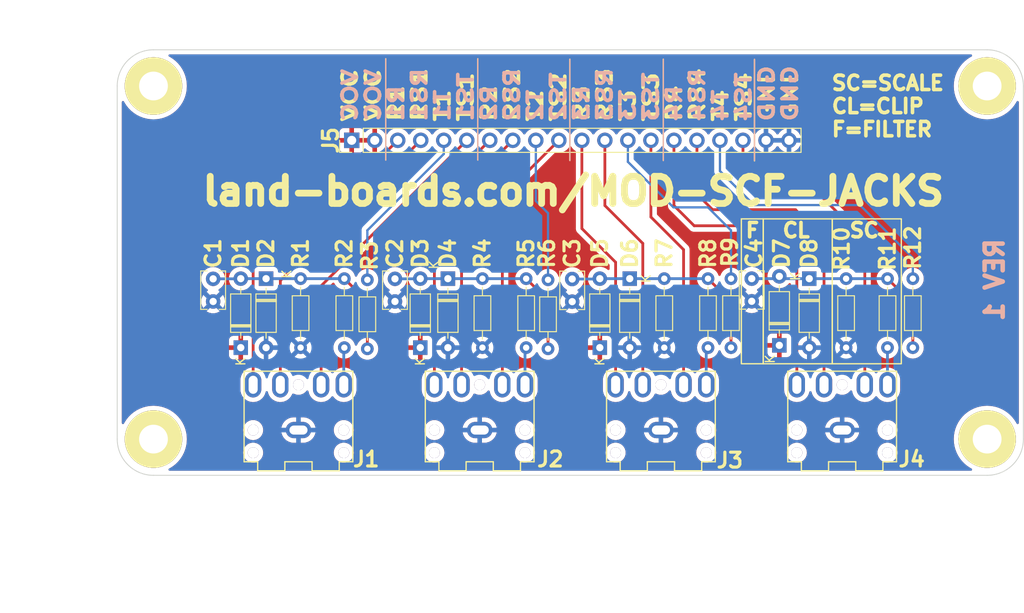
<source format=kicad_pcb>
(kicad_pcb (version 20211014) (generator pcbnew)
  (layers (0 "F.Cu" signal) (31 "B.Cu" signal) (34 "B.Paste" user) (35 "F.Paste" user) (36 "B.SilkS" user "B.Silkscreen") (37 "F.SilkS" user "F.Silkscreen") (38 "B.Mask" user) (39 "F.Mask" user) (44 "Edge.Cuts" user))
  (net 0 "")
  (net 1 "GND")
  (net 2 "/RING1")
  (net 3 "/RING1N")
  (net 4 "/TIP1")
  (net 5 "/TIP1N")
  (net 6 "/RING2N")
  (net 7 "/RING2")
  (net 8 "/TIP2N")
  (net 9 "/TIP2")
  (net 10 "/RING3N")
  (net 11 "/RING3")
  (net 12 "/TIP3N")
  (net 13 "/TIP3")
  (net 14 "/RING4N")
  (net 15 "/RING4")
  (net 16 "/TIP4N")
  (net 17 "/TIP4")
  (net 18 "Net-(J1-PadT)")
  (net 19 "Net-(J2-PadT)")
  (net 20 "Net-(J3-PadT)")
  (net 21 "Net-(J4-PadT)")
  (net 22 "VCC")
  (net 23 "Net-(C1-Pad1)")
  (net 24 "Net-(C2-Pad1)")
  (net 25 "Net-(C3-Pad1)")
  (net 26 "Net-(C4-Pad1)")
  (footprint "LandBoards_MountHoles:MTG-4-40" (layer "F.Cu") (at 94 83)
    (fp_text reference "MTG1" hide)
    (fp_text value "MountingHole" hide)
    (pad "1" thru_hole circle locked (at 0 0) (size 6.35 6.35) (drill 3.175) (layers *.Cu *.Mask "F.SilkS"))
  )
  (footprint "Resistor_THT:R_Axial_DIN0204_L3.6mm_D1.6mm_P7.62mm_Horizontal" (layer "F.Cu") (at 170.434 72.898 90)
    (fp_text reference "R10" (at 10.922 -0.508 90) (layer "F.SilkS") (effects (font (size 1.651 1.651) (thickness 0.34925))))
    (fp_text value "33K")
    (fp_line (start 1.89 0.92) (end 5.73 0.92) (layer "F.SilkS") (width 0.12))
    (fp_line (start 5.73 -0.92) (end 1.89 -0.92) (layer "F.SilkS") (width 0.12))
    (fp_line (start 6.68 0) (end 5.73 0) (layer "F.SilkS") (width 0.12))
    (fp_line (start 0.94 0) (end 1.89 0) (layer "F.SilkS") (width 0.12))
    (fp_line (start 5.73 0.92) (end 5.73 -0.92) (layer "F.SilkS") (width 0.12))
    (fp_line (start 1.89 -0.92) (end 1.89 0.92) (layer "F.SilkS") (width 0.12))
    (pad "1" thru_hole circle (at 0 0 90) (size 1.4 1.4) (drill 0.7) (layers *.Cu *.Mask) (net 1 "GND"))
    (pad "2" thru_hole oval (at 7.62 0 90) (size 1.4 1.4) (drill 0.7) (layers *.Cu *.Mask) (net 26 "Net-(C4-Pad1)"))
  )
  (footprint "LandBoards_Conns:Jack_3.5mm_CUI_SJ1-3523N_Horizontal" (layer "F.Cu") (at 130 82 180)
    (fp_text reference "J2" (at -7.795 -3.217) (layer "F.SilkS") (effects (font (size 1.651 1.651) (thickness 0.34925))))
    (fp_text value "AudioJack3_SwitchTR" hide)
    (fp_line (start -4.5 -4.5) (end -1.5 -4.5) (layer "F.SilkS") (width 0.15))
    (fp_line (start -4.5 -3.5) (end -6 -3.5) (layer "F.SilkS") (width 0.15))
    (fp_line (start -4.5 -3.5) (end -4.5 -4.5) (layer "F.SilkS") (width 0.15))
    (fp_line (start 4.5 -3.5) (end 4.5 -4.5) (layer "F.SilkS") (width 0.15))
    (fp_line (start -1.5 -3.5) (end 1.5 -3.5) (layer "F.SilkS") (width 0.15))
    (fp_line (start -1.5 -4.5) (end -1.5 -3.5) (layer "F.SilkS") (width 0.15))
    (fp_line (start 4.5 -4.5) (end 1.5 -4.5) (layer "F.SilkS") (width 0.15))
    (fp_line (start 1.5 -4.5) (end 1.5 -3.5) (layer "F.SilkS") (width 0.15))
    (fp_line (start 6 6.5) (end 6 -3.5) (layer "F.SilkS") (width 0.15))
    (fp_line (start -6 6.5) (end -6 -3.5) (layer "F.SilkS") (width 0.15))
    (fp_line (start 4.5 -3.5) (end 6 -3.5) (layer "F.SilkS") (width 0.15))
    (fp_line (start -6 6.5) (end 6 6.5) (layer "F.SilkS") (width 0.15))
    (pad "90" thru_hole circle (at 5 0 180) (size 1.2 1.2) (drill 1.2) (layers *.Cu *.Mask))
    (pad "90" thru_hole circle (at -5 0 180) (size 1.2 1.2) (drill 1.2) (layers *.Cu *.Mask))
    (pad "90" thru_hole circle (at 0 5 180) (size 1.2 1.2) (drill 1.2) (layers *.Cu *.Mask))
    (pad "90" thru_hole circle (at 5 -2.5 180) (size 1.2 1.2) (drill 1.2) (layers *.Cu *.Mask))
    (pad "90" thru_hole circle (at -5 -2.5 180) (size 1.2 1.2) (drill 1.2) (layers *.Cu *.Mask))
    (pad "R" thru_hole oval (at 5 5 270) (size 2.8 1.8) (drill oval 2 1) (layers *.Cu *.Mask) (net 7 "/RING2"))
    (pad "RN" thru_hole oval (at 2 5 270) (size 2.8 1.8) (drill oval 2 1) (layers *.Cu *.Mask) (net 6 "/RING2N"))
    (pad "S" thru_hole oval (at 0 0 180) (size 2.8 1.8) (drill oval 2 1) (layers *.Cu *.Mask) (net 1 "GND"))
    (pad "T" thru_hole oval (at -5 5 270) (size 2.8 1.8) (drill oval 2 1) (layers *.Cu *.Mask) (net 19 "Net-(J2-PadT)"))
    (pad "TN" thru_hole oval (at -2.5 5 270) (size 2.8 1.8) (drill oval 2 1) (layers *.Cu *.Mask) (net 8 "/TIP2N"))
  )
  (footprint "Resistor_THT:R_Axial_DIN0204_L3.6mm_D1.6mm_P7.62mm_Horizontal" (layer "F.Cu") (at 117.602 73.025 90)
    (fp_text reference "R3" (at 10.287 0.254 270) (layer "F.SilkS") (effects (font (size 1.651 1.651) (thickness 0.34925))))
    (fp_text value "22K")
    (fp_line (start 5.73 0.92) (end 5.73 -0.92) (layer "F.SilkS") (width 0.12))
    (fp_line (start 6.68 0) (end 5.73 0) (layer "F.SilkS") (width 0.12))
    (fp_line (start 1.89 -0.92) (end 1.89 0.92) (layer "F.SilkS") (width 0.12))
    (fp_line (start 1.89 0.92) (end 5.73 0.92) (layer "F.SilkS") (width 0.12))
    (fp_line (start 0.94 0) (end 1.89 0) (layer "F.SilkS") (width 0.12))
    (fp_line (start 5.73 -0.92) (end 1.89 -0.92) (layer "F.SilkS") (width 0.12))
    (pad "1" thru_hole circle (at 0 0 90) (size 1.4 1.4) (drill 0.7) (layers *.Cu *.Mask) (net 23 "Net-(C1-Pad1)"))
    (pad "2" thru_hole oval (at 7.62 0 90) (size 1.4 1.4) (drill 0.7) (layers *.Cu *.Mask) (net 4 "/TIP1"))
  )
  (footprint "Diode_THT:D_DO-35_SOD27_P7.62mm_Horizontal" (layer "F.Cu") (at 166.37 65.278 -90)
    (fp_text reference "D8" (at -2.794 0 90) (layer "F.SilkS") (effects (font (size 1.651 1.651) (thickness 0.34925))))
    (fp_text value "BAT41")
    (fp_text user "K" (at -0.254 1.524 90) (layer "F.SilkS"))
    (fp_line (start 2.53 -1.12) (end 2.53 1.12) (layer "F.SilkS") (width 0.12))
    (fp_line (start 6.58 0) (end 5.93 0) (layer "F.SilkS") (width 0.12))
    (fp_line (start 2.29 -1.12) (end 2.29 1.12) (layer "F.SilkS") (width 0.12))
    (fp_line (start 5.93 1.12) (end 5.93 -1.12) (layer "F.SilkS") (width 0.12))
    (fp_line (start 1.69 1.12) (end 5.93 1.12) (layer "F.SilkS") (width 0.12))
    (fp_line (start 2.41 -1.12) (end 2.41 1.12) (layer "F.SilkS") (width 0.12))
    (fp_line (start 1.69 -1.12) (end 1.69 1.12) (layer "F.SilkS") (width 0.12))
    (fp_line (start 1.04 0) (end 1.69 0) (layer "F.SilkS") (width 0.12))
    (fp_line (start 5.93 -1.12) (end 1.69 -1.12) (layer "F.SilkS") (width 0.12))
    (pad "1" thru_hole rect (at 0 0 270) (size 1.6 1.6) (drill 0.8) (layers *.Cu *.Mask) (net 26 "Net-(C4-Pad1)"))
    (pad "2" thru_hole oval (at 7.62 0 270) (size 1.6 1.6) (drill 0.8) (layers *.Cu *.Mask) (net 1 "GND"))
  )
  (footprint "Resistor_THT:R_Axial_DIN0204_L3.6mm_D1.6mm_P7.62mm_Horizontal" (layer "F.Cu") (at 115.062 72.898 90)
    (fp_text reference "R2" (at 10.414 0 90) (layer "F.SilkS") (effects (font (size 1.651 1.651) (thickness 0.34925))))
    (fp_text value "22K")
    (fp_line (start 5.73 0.92) (end 5.73 -0.92) (layer "F.SilkS") (width 0.12))
    (fp_line (start 1.89 -0.92) (end 1.89 0.92) (layer "F.SilkS") (width 0.12))
    (fp_line (start 5.73 -0.92) (end 1.89 -0.92) (layer "F.SilkS") (width 0.12))
    (fp_line (start 6.68 0) (end 5.73 0) (layer "F.SilkS") (width 0.12))
    (fp_line (start 0.94 0) (end 1.89 0) (layer "F.SilkS") (width 0.12))
    (fp_line (start 1.89 0.92) (end 5.73 0.92) (layer "F.SilkS") (width 0.12))
    (pad "1" thru_hole circle (at 0 0 90) (size 1.4 1.4) (drill 0.7) (layers *.Cu *.Mask) (net 18 "Net-(J1-PadT)"))
    (pad "2" thru_hole oval (at 7.62 0 90) (size 1.4 1.4) (drill 0.7) (layers *.Cu *.Mask) (net 23 "Net-(C1-Pad1)"))
  )
  (footprint "Diode_THT:D_DO-35_SOD27_P7.62mm_Horizontal" (layer "F.Cu") (at 163.068 72.644 90)
    (fp_text reference "D7" (at 10.16 0.254 90) (layer "F.SilkS") (effects (font (size 1.651 1.651) (thickness 0.34925))))
    (fp_text value "BAT41")
    (fp_text user "K" (at -1.524 -1.016 90) (layer "F.SilkS"))
    (fp_line (start 1.04 0) (end 1.69 0) (layer "F.SilkS") (width 0.12))
    (fp_line (start 2.29 -1.12) (end 2.29 1.12) (layer "F.SilkS") (width 0.12))
    (fp_line (start 2.53 -1.12) (end 2.53 1.12) (layer "F.SilkS") (width 0.12))
    (fp_line (start 1.69 -1.12) (end 1.69 1.12) (layer "F.SilkS") (width 0.12))
    (fp_line (start 5.93 -1.12) (end 1.69 -1.12) (layer "F.SilkS") (width 0.12))
    (fp_line (start 5.93 1.12) (end 5.93 -1.12) (layer "F.SilkS") (width 0.12))
    (fp_line (start 1.69 1.12) (end 5.93 1.12) (layer "F.SilkS") (width 0.12))
    (fp_line (start 2.41 -1.12) (end 2.41 1.12) (layer "F.SilkS") (width 0.12))
    (fp_line (start 6.58 0) (end 5.93 0) (layer "F.SilkS") (width 0.12))
    (pad "1" thru_hole rect (at 0 0 90) (size 1.6 1.6) (drill 0.8) (layers *.Cu *.Mask) (net 22 "VCC"))
    (pad "2" thru_hole oval (at 7.62 0 90) (size 1.6 1.6) (drill 0.8) (layers *.Cu *.Mask) (net 26 "Net-(C4-Pad1)"))
  )
  (footprint "Resistor_THT:R_Axial_DIN0204_L3.6mm_D1.6mm_P7.62mm_Horizontal" (layer "F.Cu") (at 155.194 72.898 90)
    (fp_text reference "R8" (at 10.414 0 90) (layer "F.SilkS") (effects (font (size 1.651 1.651) (thickness 0.34925))))
    (fp_text value "22K")
    (fp_line (start 5.73 0.92) (end 5.73 -0.92) (layer "F.SilkS") (width 0.12))
    (fp_line (start 1.89 0.92) (end 5.73 0.92) (layer "F.SilkS") (width 0.12))
    (fp_line (start 5.73 -0.92) (end 1.89 -0.92) (layer "F.SilkS") (width 0.12))
    (fp_line (start 0.94 0) (end 1.89 0) (layer "F.SilkS") (width 0.12))
    (fp_line (start 1.89 -0.92) (end 1.89 0.92) (layer "F.SilkS") (width 0.12))
    (fp_line (start 6.68 0) (end 5.73 0) (layer "F.SilkS") (width 0.12))
    (pad "1" thru_hole circle (at 0 0 90) (size 1.4 1.4) (drill 0.7) (layers *.Cu *.Mask) (net 20 "Net-(J3-PadT)"))
    (pad "2" thru_hole oval (at 7.62 0 90) (size 1.4 1.4) (drill 0.7) (layers *.Cu *.Mask) (net 25 "Net-(C3-Pad1)"))
  )
  (footprint "Resistor_THT:R_Axial_DIN0204_L3.6mm_D1.6mm_P7.62mm_Horizontal" (layer "F.Cu") (at 177.8 72.898 90)
    (fp_text reference "R12" (at 11.049 0 90) (layer "F.SilkS") (effects (font (size 1.651 1.651) (thickness 0.34925))))
    (fp_text value "22K")
    (fp_line (start 1.89 -0.92) (end 1.89 0.92) (layer "F.SilkS") (width 0.12))
    (fp_line (start 5.73 -0.92) (end 1.89 -0.92) (layer "F.SilkS") (width 0.12))
    (fp_line (start 0.94 0) (end 1.89 0) (layer "F.SilkS") (width 0.12))
    (fp_line (start 1.89 0.92) (end 5.73 0.92) (layer "F.SilkS") (width 0.12))
    (fp_line (start 6.68 0) (end 5.73 0) (layer "F.SilkS") (width 0.12))
    (fp_line (start 5.73 0.92) (end 5.73 -0.92) (layer "F.SilkS") (width 0.12))
    (pad "1" thru_hole circle (at 0 0 90) (size 1.4 1.4) (drill 0.7) (layers *.Cu *.Mask) (net 26 "Net-(C4-Pad1)"))
    (pad "2" thru_hole oval (at 7.62 0 90) (size 1.4 1.4) (drill 0.7) (layers *.Cu *.Mask) (net 17 "/TIP4"))
  )
  (footprint "Diode_THT:D_DO-35_SOD27_P7.62mm_Horizontal" (layer "F.Cu") (at 106.426 65.278 -90)
    (fp_text reference "D2" (at -2.794 0 90) (layer "F.SilkS") (effects (font (size 1.651 1.651) (thickness 0.34925))))
    (fp_text value "BAT41")
    (fp_text user "K" (at -0.508 -2.286 90) (layer "F.SilkS"))
    (fp_line (start 5.93 -1.12) (end 1.69 -1.12) (layer "F.SilkS") (width 0.12))
    (fp_line (start 1.04 0) (end 1.69 0) (layer "F.SilkS") (width 0.12))
    (fp_line (start 1.69 1.12) (end 5.93 1.12) (layer "F.SilkS") (width 0.12))
    (fp_line (start 2.41 -1.12) (end 2.41 1.12) (layer "F.SilkS") (width 0.12))
    (fp_line (start 2.53 -1.12) (end 2.53 1.12) (layer "F.SilkS") (width 0.12))
    (fp_line (start 1.69 -1.12) (end 1.69 1.12) (layer "F.SilkS") (width 0.12))
    (fp_line (start 2.29 -1.12) (end 2.29 1.12) (layer "F.SilkS") (width 0.12))
    (fp_line (start 5.93 1.12) (end 5.93 -1.12) (layer "F.SilkS") (width 0.12))
    (fp_line (start 6.58 0) (end 5.93 0) (layer "F.SilkS") (width 0.12))
    (pad "1" thru_hole rect (at 0 0 270) (size 1.6 1.6) (drill 0.8) (layers *.Cu *.Mask) (net 23 "Net-(C1-Pad1)"))
    (pad "2" thru_hole oval (at 7.62 0 270) (size 1.6 1.6) (drill 0.8) (layers *.Cu *.Mask) (net 1 "GND"))
  )
  (footprint "Capacitor_THT:C_Rect_L4.0mm_W2.5mm_P2.50mm" (layer "F.Cu") (at 140.208 65.318 -90)
    (fp_text reference "C3" (at -2.834 0 90) (layer "F.SilkS") (effects (font (size 1.651 1.651) (thickness 0.34925))))
    (fp_text value "10nF")
    (fp_line (start 3.37 0.665) (end 3.37 1.37) (layer "F.SilkS") (width 0.12))
    (fp_line (start -0.87 -1.37) (end -0.87 -0.665) (layer "F.SilkS") (width 0.12))
    (fp_line (start -0.87 1.37) (end 3.37 1.37) (layer "F.SilkS") (width 0.12))
    (fp_line (start -0.87 0.665) (end -0.87 1.37) (layer "F.SilkS") (width 0.12))
    (fp_line (start -0.87 -1.37) (end 3.37 -1.37) (layer "F.SilkS") (width 0.12))
    (fp_line (start 3.37 -1.37) (end 3.37 -0.665) (layer "F.SilkS") (width 0.12))
    (pad "1" thru_hole circle (at 0 0 270) (size 1.6 1.6) (drill 0.8) (layers *.Cu *.Mask) (net 25 "Net-(C3-Pad1)"))
    (pad "2" thru_hole circle (at 2.5 0 270) (size 1.6 1.6) (drill 0.8) (layers *.Cu *.Mask) (net 1 "GND"))
  )
  (footprint "Diode_THT:D_DO-35_SOD27_P7.62mm_Horizontal" (layer "F.Cu") (at 123.444 72.898 90)
    (fp_text reference "D3" (at 10.414 0 90) (layer "F.SilkS") (effects (font (size 1.651 1.651) (thickness 0.34925))))
    (fp_text value "BAT41")
    (fp_text user "K" (at -1.524 0 90) (layer "F.SilkS"))
    (fp_line (start 1.69 1.12) (end 5.93 1.12) (layer "F.SilkS") (width 0.12))
    (fp_line (start 2.29 -1.12) (end 2.29 1.12) (layer "F.SilkS") (width 0.12))
    (fp_line (start 1.69 -1.12) (end 1.69 1.12) (layer "F.SilkS") (width 0.12))
    (fp_line (start 5.93 -1.12) (end 1.69 -1.12) (layer "F.SilkS") (width 0.12))
    (fp_line (start 5.93 1.12) (end 5.93 -1.12) (layer "F.SilkS") (width 0.12))
    (fp_line (start 2.41 -1.12) (end 2.41 1.12) (layer "F.SilkS") (width 0.12))
    (fp_line (start 1.04 0) (end 1.69 0) (layer "F.SilkS") (width 0.12))
    (fp_line (start 6.58 0) (end 5.93 0) (layer "F.SilkS") (width 0.12))
    (fp_line (start 2.53 -1.12) (end 2.53 1.12) (layer "F.SilkS") (width 0.12))
    (pad "1" thru_hole rect (at 0 0 90) (size 1.6 1.6) (drill 0.8) (layers *.Cu *.Mask) (net 22 "VCC"))
    (pad "2" thru_hole oval (at 7.62 0 90) (size 1.6 1.6) (drill 0.8) (layers *.Cu *.Mask) (net 24 "Net-(C2-Pad1)"))
  )
  (footprint "Diode_THT:D_DO-35_SOD27_P7.62mm_Horizontal" (layer "F.Cu") (at 103.632 72.898 90)
    (fp_text reference "D1" (at 10.414 0 90) (layer "F.SilkS") (effects (font (size 1.651 1.651) (thickness 0.34925))))
    (fp_text value "BAT41")
    (fp_text user "K" (at -1.524 0 90) (layer "F.SilkS"))
    (fp_line (start 6.58 0) (end 5.93 0) (layer "F.SilkS") (width 0.12))
    (fp_line (start 2.41 -1.12) (end 2.41 1.12) (layer "F.SilkS") (width 0.12))
    (fp_line (start 2.53 -1.12) (end 2.53 1.12) (layer "F.SilkS") (width 0.12))
    (fp_line (start 5.93 -1.12) (end 1.69 -1.12) (layer "F.SilkS") (width 0.12))
    (fp_line (start 1.69 -1.12) (end 1.69 1.12) (layer "F.SilkS") (width 0.12))
    (fp_line (start 2.29 -1.12) (end 2.29 1.12) (layer "F.SilkS") (width 0.12))
    (fp_line (start 1.69 1.12) (end 5.93 1.12) (layer "F.SilkS") (width 0.12))
    (fp_line (start 5.93 1.12) (end 5.93 -1.12) (layer "F.SilkS") (width 0.12))
    (fp_line (start 1.04 0) (end 1.69 0) (layer "F.SilkS") (width 0.12))
    (pad "1" thru_hole rect (at 0 0 90) (size 1.6 1.6) (drill 0.8) (layers *.Cu *.Mask) (net 22 "VCC"))
    (pad "2" thru_hole oval (at 7.62 0 90) (size 1.6 1.6) (drill 0.8) (layers *.Cu *.Mask) (net 23 "Net-(C1-Pad1)"))
  )
  (footprint "Diode_THT:D_DO-35_SOD27_P7.62mm_Horizontal" (layer "F.Cu") (at 143.256 72.898 90)
    (fp_text reference "D5" (at 10.414 0 90) (layer "F.SilkS") (effects (font (size 1.651 1.651) (thickness 0.34925))))
    (fp_text value "BAT41")
    (fp_text user "K" (at -1.524 0 90) (layer "F.SilkS"))
    (fp_line (start 2.29 -1.12) (end 2.29 1.12) (layer "F.SilkS") (width 0.12))
    (fp_line (start 1.04 0) (end 1.69 0) (layer "F.SilkS") (width 0.12))
    (fp_line (start 2.41 -1.12) (end 2.41 1.12) (layer "F.SilkS") (width 0.12))
    (fp_line (start 2.53 -1.12) (end 2.53 1.12) (layer "F.SilkS") (width 0.12))
    (fp_line (start 5.93 1.12) (end 5.93 -1.12) (layer "F.SilkS") (width 0.12))
    (fp_line (start 5.93 -1.12) (end 1.69 -1.12) (layer "F.SilkS") (width 0.12))
    (fp_line (start 6.58 0) (end 5.93 0) (layer "F.SilkS") (width 0.12))
    (fp_line (start 1.69 -1.12) (end 1.69 1.12) (layer "F.SilkS") (width 0.12))
    (fp_line (start 1.69 1.12) (end 5.93 1.12) (layer "F.SilkS") (width 0.12))
    (pad "1" thru_hole rect (at 0 0 90) (size 1.6 1.6) (drill 0.8) (layers *.Cu *.Mask) (net 22 "VCC"))
    (pad "2" thru_hole oval (at 7.62 0 90) (size 1.6 1.6) (drill 0.8) (layers *.Cu *.Mask) (net 25 "Net-(C3-Pad1)"))
  )
  (footprint "Diode_THT:D_DO-35_SOD27_P7.62mm_Horizontal" (layer "F.Cu") (at 126.492 65.278 -90)
    (fp_text reference "D4" (at -2.794 0 90) (layer "F.SilkS") (effects (font (size 1.651 1.651) (thickness 0.34925))))
    (fp_text value "BAT41")
    (fp_text user "K" (at -1.524 1.524 90) (layer "F.SilkS"))
    (fp_line (start 1.69 1.12) (end 5.93 1.12) (layer "F.SilkS") (width 0.12))
    (fp_line (start 1.69 -1.12) (end 1.69 1.12) (layer "F.SilkS") (width 0.12))
    (fp_line (start 2.41 -1.12) (end 2.41 1.12) (layer "F.SilkS") (width 0.12))
    (fp_line (start 1.04 0) (end 1.69 0) (layer "F.SilkS") (width 0.12))
    (fp_line (start 5.93 1.12) (end 5.93 -1.12) (layer "F.SilkS") (width 0.12))
    (fp_line (start 6.58 0) (end 5.93 0) (layer "F.SilkS") (width 0.12))
    (fp_line (start 2.29 -1.12) (end 2.29 1.12) (layer "F.SilkS") (width 0.12))
    (fp_line (start 2.53 -1.12) (end 2.53 1.12) (layer "F.SilkS") (width 0.12))
    (fp_line (start 5.93 -1.12) (end 1.69 -1.12) (layer "F.SilkS") (width 0.12))
    (pad "1" thru_hole rect (at 0 0 270) (size 1.6 1.6) (drill 0.8) (layers *.Cu *.Mask) (net 24 "Net-(C2-Pad1)"))
    (pad "2" thru_hole oval (at 7.62 0 270) (size 1.6 1.6) (drill 0.8) (layers *.Cu *.Mask) (net 1 "GND"))
  )
  (footprint "Diode_THT:D_DO-35_SOD27_P7.62mm_Horizontal" (layer "F.Cu") (at 146.558 65.278 -90)
    (fp_text reference "D6" (at -2.794 0 90) (layer "F.SilkS") (effects (font (size 1.651 1.651) (thickness 0.34925))))
    (fp_text value "BAT41")
    (fp_text user "K" (at 0 -1.8 90) (layer "F.SilkS"))
    (fp_line (start 6.58 0) (end 5.93 0) (layer "F.SilkS") (width 0.12))
    (fp_line (start 1.04 0) (end 1.69 0) (layer "F.SilkS") (width 0.12))
    (fp_line (start 2.29 -1.12) (end 2.29 1.12) (layer "F.SilkS") (width 0.12))
    (fp_line (start 2.53 -1.12) (end 2.53 1.12) (layer "F.SilkS") (width 0.12))
    (fp_line (start 5.93 1.12) (end 5.93 -1.12) (layer "F.SilkS") (width 0.12))
    (fp_line (start 2.41 -1.12) (end 2.41 1.12) (layer "F.SilkS") (width 0.12))
    (fp_line (start 1.69 -1.12) (end 1.69 1.12) (layer "F.SilkS") (width 0.12))
    (fp_line (start 1.69 1.12) (end 5.93 1.12) (layer "F.SilkS") (width 0.12))
    (fp_line (start 5.93 -1.12) (end 1.69 -1.12) (layer "F.SilkS") (width 0.12))
    (pad "1" thru_hole rect (at 0 0 270) (size 1.6 1.6) (drill 0.8) (layers *.Cu *.Mask) (net 25 "Net-(C3-Pad1)"))
    (pad "2" thru_hole oval (at 7.62 0 270) (size 1.6 1.6) (drill 0.8) (layers *.Cu *.Mask) (net 1 "GND"))
  )
  (footprint "LandBoards_MountHoles:MTG-4-40" (layer "F.Cu") (at 94 44)
    (fp_text reference "MTG3" hide)
    (fp_text value "MountingHole" hide)
    (pad "1" thru_hole circle locked (at 0 0) (size 6.35 6.35) (drill 3.175) (layers *.Cu *.Mask "F.SilkS"))
  )
  (footprint "Resistor_THT:R_Axial_DIN0204_L3.6mm_D1.6mm_P7.62mm_Horizontal" (layer "F.Cu") (at 130.302 72.898 90)
    (fp_text reference "R4" (at 10.414 0 90) (layer "F.SilkS") (effects (font (size 1.651 1.651) (thickness 0.34925))))
    (fp_text value "33K")
    (fp_line (start 6.68 0) (end 5.73 0) (layer "F.SilkS") (width 0.12))
    (fp_line (start 1.89 -0.92) (end 1.89 0.92) (layer "F.SilkS") (width 0.12))
    (fp_line (start 1.89 0.92) (end 5.73 0.92) (layer "F.SilkS") (width 0.12))
    (fp_line (start 0.94 0) (end 1.89 0) (layer "F.SilkS") (width 0.12))
    (fp_line (start 5.73 -0.92) (end 1.89 -0.92) (layer "F.SilkS") (width 0.12))
    (fp_line (start 5.73 0.92) (end 5.73 -0.92) (layer "F.SilkS") (width 0.12))
    (pad "1" thru_hole circle (at 0 0 90) (size 1.4 1.4) (drill 0.7) (layers *.Cu *.Mask) (net 1 "GND"))
    (pad "2" thru_hole oval (at 7.62 0 90) (size 1.4 1.4) (drill 0.7) (layers *.Cu *.Mask) (net 24 "Net-(C2-Pad1)"))
  )
  (footprint "LandBoards_Conns:Jack_3.5mm_CUI_SJ1-3523N_Horizontal" (layer "F.Cu") (at 170 82 180)
    (fp_text reference "J4" (at -7.673 -3.217) (layer "F.SilkS") (effects (font (size 1.651 1.651) (thickness 0.34925))))
    (fp_text value "AudioJack3_SwitchTR" hide)
    (fp_line (start 4.5 -4.5) (end 1.5 -4.5) (layer "F.SilkS") (width 0.15))
    (fp_line (start 4.5 -3.5) (end 4.5 -4.5) (layer "F.SilkS") (width 0.15))
    (fp_line (start -1.5 -3.5) (end 1.5 -3.5) (layer "F.SilkS") (width 0.15))
    (fp_line (start -6 6.5) (end 6 6.5) (layer "F.SilkS") (width 0.15))
    (fp_line (start -4.5 -3.5) (end -6 -3.5) (layer "F.SilkS") (width 0.15))
    (fp_line (start -4.5 -3.5) (end -4.5 -4.5) (layer "F.SilkS") (width 0.15))
    (fp_line (start -1.5 -4.5) (end -1.5 -3.5) (layer "F.SilkS") (width 0.15))
    (fp_line (start -6 6.5) (end -6 -3.5) (layer "F.SilkS") (width 0.15))
    (fp_line (start 4.5 -3.5) (end 6 -3.5) (layer "F.SilkS") (width 0.15))
    (fp_line (start -4.5 -4.5) (end -1.5 -4.5) (layer "F.SilkS") (width 0.15))
    (fp_line (start 1.5 -4.5) (end 1.5 -3.5) (layer "F.SilkS") (width 0.15))
    (fp_line (start 6 6.5) (end 6 -3.5) (layer "F.SilkS") (width 0.15))
    (pad "90" thru_hole circle (at 5 0 180) (size 1.2 1.2) (drill 1.2) (layers *.Cu *.Mask))
    (pad "90" thru_hole circle (at -5 0 180) (size 1.2 1.2) (drill 1.2) (layers *.Cu *.Mask))
    (pad "90" thru_hole circle (at 5 -2.5 180) (size 1.2 1.2) (drill 1.2) (layers *.Cu *.Mask))
    (pad "90" thru_hole circle (at 0 5 180) (size 1.2 1.2) (drill 1.2) (layers *.Cu *.Mask))
    (pad "90" thru_hole circle (at -5 -2.5 180) (size 1.2 1.2) (drill 1.2) (layers *.Cu *.Mask))
    (pad "R" thru_hole oval (at 5 5 270) (size 2.8 1.8) (drill oval 2 1) (layers *.Cu *.Mask) (net 15 "/RING4"))
    (pad "RN" thru_hole oval (at 2 5 270) (size 2.8 1.8) (drill oval 2 1) (layers *.Cu *.Mask) (net 14 "/RING4N"))
    (pad "S" thru_hole oval (at 0 0 180) (size 2.8 1.8) (drill oval 2 1) (layers *.Cu *.Mask) (net 1 "GND"))
    (pad "T" thru_hole oval (at -5 5 270) (size 2.8 1.8) (drill oval 2 1) (layers *.Cu *.Mask) (net 21 "Net-(J4-PadT)"))
    (pad "TN" thru_hole oval (at -2.5 5 270) (size 2.8 1.8) (drill oval 2 1) (layers *.Cu *.Mask) (net 16 "/TIP4N"))
  )
  (footprint "Connector_PinHeader_2.54mm:PinHeader_1x20_P2.54mm_Vertical" (layer "F.Cu") (at 115.875 50 90)
    (fp_text reference "J5" (at 0 -2.33 90) (layer "F.SilkS") (effects (font (size 1.651 1.651) (thickness 0.34925))))
    (fp_text value "Header, Rt Ang, 1x20")
    (fp_line (start -1.33 0) (end -1.33 -1.33) (layer "F.SilkS") (width 0.12))
    (fp_line (start 1.33 1.27) (end 1.33 49.59) (layer "F.SilkS") (width 0.12))
    (fp_line (start -1.33 49.59) (end 1.33 49.59) (layer "F.SilkS") (width 0.12))
    (fp_line (start -1.33 1.27) (end -1.33 49.59) (layer "F.SilkS") (width 0.12))
    (fp_line (start -1.33 1.27) (end 1.33 1.27) (layer "F.SilkS") (width 0.12))
    (fp_line (start -1.33 -1.33) (end 0 -1.33) (layer "F.SilkS") (width 0.12))
    (pad "1" thru_hole rect (at 0 0 90) (size 1.7 1.7) (drill 1) (layers *.Cu *.Mask) (net 22 "VCC"))
    (pad "2" thru_hole oval (at 0 2.54 90) (size 1.7 1.7) (drill 1) (layers *.Cu *.Mask) (net 22 "VCC"))
    (pad "3" thru_hole oval (at 0 5.08 90) (size 1.7 1.7) (drill 1) (layers *.Cu *.Mask) (net 2 "/RING1"))
    (pad "4" thru_hole oval (at 0 7.62 90) (size 1.7 1.7) (drill 1) (layers *.Cu *.Mask) (net 3 "/RING1N"))
    (pad "5" thru_hole oval (at 0 10.16 90) (size 1.7 1.7) (drill 1) (layers *.Cu *.Mask) (net 4 "/TIP1"))
    (pad "6" thru_hole oval (at 0 12.7 90) (size 1.7 1.7) (drill 1) (layers *.Cu *.Mask) (net 5 "/TIP1N"))
    (pad "7" thru_hole oval (at 0 15.24 90) (size 1.7 1.7) (drill 1) (layers *.Cu *.Mask) (net 7 "/RING2"))
    (pad "8" thru_hole oval (at 0 17.78 90) (size 1.7 1.7) (drill 1) (layers *.Cu *.Mask) (net 6 "/RING2N"))
    (pad "9" thru_hole oval (at 0 20.32 90) (size 1.7 1.7) (drill 1) (layers *.Cu *.Mask) (net 9 "/TIP2"))
    (pad "10" thru_hole oval (at 0 22.86 90) (size 1.7 1.7) (drill 1) (layers *.Cu *.Mask) (net 8 "/TIP2N"))
    (pad "11" thru_hole oval (at 0 25.4 90) (size 1.7 1.7) (drill 1) (layers *.Cu *.Mask) (net 11 "/RING3"))
    (pad "12" thru_hole oval (at 0 27.94 90) (size 1.7 1.7) (drill 1) (layers *.Cu *.Mask) (net 10 "/RING3N"))
    (pad "13" thru_hole oval (at 0 30.48 90) (size 1.7 1.7) (drill 1) (layers *.Cu *.Mask) (net 13 "/TIP3"))
    (pad "14" thru_hole oval (at 0 33.02 90) (size 1.7 1.7) (drill 1) (layers *.Cu *.Mask) (net 12 "/TIP3N"))
    (pad "15" thru_hole oval (at 0 35.56 90) (size 1.7 1.7) (drill 1) (layers *.Cu *.Mask) (net 15 "/RING4"))
    (pad "16" thru_hole oval (at 0 38.1 90) (size 1.7 1.7) (drill 1) (layers *.Cu *.Mask) (net 14 "/RING4N"))
    (pad "17" thru_hole oval (at 0 40.64 90) (size 1.7 1.7) (drill 1) (layers *.Cu *.Mask) (net 17 "/TIP4"))
    (pad "18" thru_hole oval (at 0 43.18 90) (size 1.7 1.7) (drill 1) (layers *.Cu *.Mask) (net 16 "/TIP4N"))
    (pad "19" thru_hole oval (at 0 45.72 90) (size 1.7 1.7) (drill 1) (layers *.Cu *.Mask) (net 1 "GND"))
    (pad "20" thru_hole oval (at 0 48.26 90) (size 1.7 1.7) (drill 1) (layers *.Cu *.Mask) (net 1 "GND"))
  )
  (footprint "LandBoards_Conns:Jack_3.5mm_CUI_SJ1-3523N_Horizontal" (layer "F.Cu") (at 110 82 180)
    (fp_text reference "J1" (at -7.475 -3.217) (layer "F.SilkS") (effects (font (size 1.651 1.651) (thickness 0.34925))))
    (fp_text value "AudioJack3_SwitchTR" hide)
    (fp_line (start -4.5 -3.5) (end -4.5 -4.5) (layer "F.SilkS") (width 0.15))
    (fp_line (start -4.5 -4.5) (end -1.5 -4.5) (layer "F.SilkS") (width 0.15))
    (fp_line (start -6 6.5) (end 6 6.5) (layer "F.SilkS") (width 0.15))
    (fp_line (start -6 6.5) (end -6 -3.5) (layer "F.SilkS") (width 0.15))
    (fp_line (start -1.5 -4.5) (end -1.5 -3.5) (layer "F.SilkS") (width 0.15))
    (fp_line (start -1.5 -3.5) (end 1.5 -3.5) (layer "F.SilkS") (width 0.15))
    (fp_line (start 1.5 -4.5) (end 1.5 -3.5) (layer "F.SilkS") (width 0.15))
    (fp_line (start 4.5 -3.5) (end 6 -3.5) (layer "F.SilkS") (width 0.15))
    (fp_line (start 6 6.5) (end 6 -3.5) (layer "F.SilkS") (width 0.15))
    (fp_line (start -4.5 -3.5) (end -6 -3.5) (layer "F.SilkS") (width 0.15))
    (fp_line (start 4.5 -4.5) (end 1.5 -4.5) (layer "F.SilkS") (width 0.15))
    (fp_line (start 4.5 -3.5) (end 4.5 -4.5) (layer "F.SilkS") (width 0.15))
    (pad "90" thru_hole circle (at 0 5 180) (size 1.2 1.2) (drill 1.2) (layers *.Cu *.Mask))
    (pad "90" thru_hole circle (at 5 0 180) (size 1.2 1.2) (drill 1.2) (layers *.Cu *.Mask))
    (pad "90" thru_hole circle (at 5 -2.5 180) (size 1.2 1.2) (drill 1.2) (layers *.Cu *.Mask))
    (pad "90" thru_hole circle (at -5 -2.5 180) (size 1.2 1.2) (drill 1.2) (layers *.Cu *.Mask))
    (pad "90" thru_hole circle (at -5 0 180) (size 1.2 1.2) (drill 1.2) (layers *.Cu *.Mask))
    (pad "R" thru_hole oval (at 5 5 270) (size 2.8 1.8) (drill oval 2 1) (layers *.Cu *.Mask) (net 2 "/RING1"))
    (pad "RN" thru_hole oval (at 2 5 270) (size 2.8 1.8) (drill oval 2 1) (layers *.Cu *.Mask) (net 3 "/RING1N"))
    (pad "S" thru_hole oval (at 0 0 180) (size 2.8 1.8) (drill oval 2 1) (layers *.Cu *.Mask) (net 1 "GND"))
    (pad "T" thru_hole oval (at -5 5 270) (size 2.8 1.8) (drill oval 2 1) (layers *.Cu *.Mask) (net 18 "Net-(J1-PadT)"))
    (pad "TN" thru_hole oval (at -2.5 5 270) (size 2.8 1.8) (drill oval 2 1) (layers *.Cu *.Mask) (net 5 "/TIP1N"))
  )
  (footprint "Capacitor_THT:C_Rect_L4.0mm_W2.5mm_P2.50mm" (layer "F.Cu") (at 100.584 65.298 -90)
    (fp_text reference "C1" (at -2.814 0 90) (layer "F.SilkS") (effects (font (size 1.651 1.651) (thickness 0.34925))))
    (fp_text value "10nF")
    (fp_line (start 3.37 -1.37) (end 3.37 -0.665) (layer "F.SilkS") (width 0.12))
    (fp_line (start -0.87 0.665) (end -0.87 1.37) (layer "F.SilkS") (width 0.12))
    (fp_line (start -0.87 -1.37) (end 3.37 -1.37) (layer "F.SilkS") (width 0.12))
    (fp_line (start -0.87 -1.37) (end -0.87 -0.665) (layer "F.SilkS") (width 0.12))
    (fp_line (start 3.37 0.665) (end 3.37 1.37) (layer "F.SilkS") (width 0.12))
    (fp_line (start -0.87 1.37) (end 3.37 1.37) (layer "F.SilkS") (width 0.12))
    (pad "1" thru_hole circle (at 0 0 270) (size 1.6 1.6) (drill 0.8) (layers *.Cu *.Mask) (net 23 "Net-(C1-Pad1)"))
    (pad "2" thru_hole circle (at 2.5 0 270) (size 1.6 1.6) (drill 0.8) (layers *.Cu *.Mask) (net 1 "GND"))
  )
  (footprint "Capacitor_THT:C_Rect_L4.0mm_W2.5mm_P2.50mm" (layer "F.Cu") (at 120.65 65.298 -90)
    (fp_text reference "C2" (at -2.814 0 90) (layer "F.SilkS") (effects (font (size 1.651 1.651) (thickness 0.34925))))
    (fp_text value "10nF")
    (fp_line (start -0.87 1.37) (end 3.37 1.37) (layer "F.SilkS") (width 0.12))
    (fp_line (start -0.87 -1.37) (end 3.37 -1.37) (layer "F.SilkS") (width 0.12))
    (fp_line (start 3.37 -1.37) (end 3.37 -0.665) (layer "F.SilkS") (width 0.12))
    (fp_line (start -0.87 0.665) (end -0.87 1.37) (layer "F.SilkS") (width 0.12))
    (fp_line (start 3.37 0.665) (end 3.37 1.37) (layer "F.SilkS") (width 0.12))
    (fp_line (start -0.87 -1.37) (end -0.87 -0.665) (layer "F.SilkS") (width 0.12))
    (pad "1" thru_hole circle (at 0 0 270) (size 1.6 1.6) (drill 0.8) (layers *.Cu *.Mask) (net 24 "Net-(C2-Pad1)"))
    (pad "2" thru_hole circle (at 2.5 0 270) (size 1.6 1.6) (drill 0.8) (layers *.Cu *.Mask) (net 1 "GND"))
  )
  (footprint "Capacitor_THT:C_Rect_L4.0mm_W2.5mm_P2.50mm" (layer "F.Cu") (at 160.02 65.278 -90)
    (fp_text reference "C4" (at -2.794 -0.254 90) (layer "F.SilkS") (effects (font (size 1.651 1.651) (thickness 0.34925))))
    (fp_text value "10nF")
    (fp_line (start -0.87 0.665) (end -0.87 1.37) (layer "F.SilkS") (width 0.12))
    (fp_line (start 3.37 -1.37) (end 3.37 -0.665) (layer "F.SilkS") (width 0.12))
    (fp_line (start -0.87 -1.37) (end -0.87 -0.665) (layer "F.SilkS") (width 0.12))
    (fp_line (start 3.37 0.665) (end 3.37 1.37) (layer "F.SilkS") (width 0.12))
    (fp_line (start -0.87 -1.37) (end 3.37 -1.37) (layer "F.SilkS") (width 0.12))
    (fp_line (start -0.87 1.37) (end 3.37 1.37) (layer "F.SilkS") (width 0.12))
    (pad "1" thru_hole circle (at 0 0 270) (size 1.6 1.6) (drill 0.8) (layers *.Cu *.Mask) (net 26 "Net-(C4-Pad1)"))
    (pad "2" thru_hole circle (at 2.5 0 270) (size 1.6 1.6) (drill 0.8) (layers *.Cu *.Mask) (net 1 "GND"))
  )
  (footprint "Resistor_THT:R_Axial_DIN0204_L3.6mm_D1.6mm_P7.62mm_Horizontal" (layer "F.Cu") (at 157.734 72.898 90)
    (fp_text reference "R9" (at 10.541 -0.127 90) (layer "F.SilkS") (effects (font (size 1.651 1.651) (thickness 0.34925))))
    (fp_text value "22K")
    (fp_line (start 6.68 0) (end 5.73 0) (layer "F.SilkS") (width 0.12))
    (fp_line (start 0.94 0) (end 1.89 0) (layer "F.SilkS") (width 0.12))
    (fp_line (start 5.73 0.92) (end 5.73 -0.92) (layer "F.SilkS") (width 0.12))
    (fp_line (start 1.89 -0.92) (end 1.89 0.92) (layer "F.SilkS") (width 0.12))
    (fp_line (start 5.73 -0.92) (end 1.89 -0.92) (layer "F.SilkS") (width 0.12))
    (fp_line (start 1.89 0.92) (end 5.73 0.92) (layer "F.SilkS") (width 0.12))
    (pad "1" thru_hole circle (at 0 0 90) (size 1.4 1.4) (drill 0.7) (layers *.Cu *.Mask) (net 25 "Net-(C3-Pad1)"))
    (pad "2" thru_hole oval (at 7.62 0 90) (size 1.4 1.4) (drill 0.7) (layers *.Cu *.Mask) (net 13 "/TIP3"))
  )
  (footprint "Resistor_THT:R_Axial_DIN0204_L3.6mm_D1.6mm_P7.62mm_Horizontal" (layer "F.Cu") (at 175.006 72.898 90)
    (fp_text reference "R11" (at 10.922 0 90) (layer "F.SilkS") (effects (font (size 1.651 1.651) (thickness 0.34925))))
    (fp_text value "22K")
    (fp_line (start 5.73 -0.92) (end 1.89 -0.92) (layer "F.SilkS") (width 0.12))
    (fp_line (start 5.73 0.92) (end 5.73 -0.92) (layer "F.SilkS") (width 0.12))
    (fp_line (start 0.94 0) (end 1.89 0) (layer "F.SilkS") (width 0.12))
    (fp_line (start 6.68 0) (end 5.73 0) (layer "F.SilkS") (width 0.12))
    (fp_line (start 1.89 -0.92) (end 1.89 0.92) (layer "F.SilkS") (width 0.12))
    (fp_line (start 1.89 0.92) (end 5.73 0.92) (layer "F.SilkS") (width 0.12))
    (pad "1" thru_hole circle (at 0 0 90) (size 1.4 1.4) (drill 0.7) (layers *.Cu *.Mask) (net 21 "Net-(J4-PadT)"))
    (pad "2" thru_hole oval (at 7.62 0 90) (size 1.4 1.4) (drill 0.7) (layers *.Cu *.Mask) (net 26 "Net-(C4-Pad1)"))
  )
  (footprint "LandBoards_Conns:Jack_3.5mm_CUI_SJ1-3523N_Horizontal" (layer "F.Cu") (at 150 82 180)
    (fp_text reference "J3" (at -7.607 -3.344) (layer "F.SilkS") (effects (font (size 1.651 1.651) (thickness 0.34925))))
    (fp_text value "AudioJack3_SwitchTR" hide)
    (fp_line (start 4.5 -4.5) (end 1.5 -4.5) (layer "F.SilkS") (width 0.15))
    (fp_line (start 6 6.5) (end 6 -3.5) (layer "F.SilkS") (width 0.15))
    (fp_line (start -4.5 -3.5) (end -6 -3.5) (layer "F.SilkS") (width 0.15))
    (fp_line (start -6 6.5) (end -6 -3.5) (layer "F.SilkS") (width 0.15))
    (fp_line (start 4.5 -3.5) (end 4.5 -4.5) (layer "F.SilkS") (width 0.15))
    (fp_line (start -4.5 -4.5) (end -1.5 -4.5) (layer "F.SilkS") (width 0.15))
    (fp_line (start -4.5 -3.5) (end -4.5 -4.5) (layer "F.SilkS") (width 0.15))
    (fp_line (start 1.5 -4.5) (end 1.5 -3.5) (layer "F.SilkS") (width 0.15))
    (fp_line (start 4.5 -3.5) (end 6 -3.5) (layer "F.SilkS") (width 0.15))
    (fp_line (start -1.5 -3.5) (end 1.5 -3.5) (layer "F.SilkS") (width 0.15))
    (fp_line (start -1.5 -4.5) (end -1.5 -3.5) (layer "F.SilkS") (width 0.15))
    (fp_line (start -6 6.5) (end 6 6.5) (layer "F.SilkS") (width 0.15))
    (pad "90" thru_hole circle (at -5 0 180) (size 1.2 1.2) (drill 1.2) (layers *.Cu *.Mask))
    (pad "90" thru_hole circle (at 0 5 180) (size 1.2 1.2) (drill 1.2) (layers *.Cu *.Mask))
    (pad "90" thru_hole circle (at -5 -2.5 180) (size 1.2 1.2) (drill 1.2) (layers *.Cu *.Mask))
    (pad "90" thru_hole circle (at 5 -2.5 180) (size 1.2 1.2) (drill 1.2) (layers *.Cu *.Mask))
    (pad "90" thru_hole circle (at 5 0 180) (size 1.2 1.2) (drill 1.2) (layers *.Cu *.Mask))
    (pad "R" thru_hole oval (at 5 5 270) (size 2.8 1.8) (drill oval 2 1) (layers *.Cu *.Mask) (net 11 "/RING3"))
    (pad "RN" thru_hole oval (at 2 5 270) (size 2.8 1.8) (drill oval 2 1) (layers *.Cu *.Mask) (net 10 "/RING3N"))
    (pad "S" thru_hole oval (at 0 0 180) (size 2.8 1.8) (drill oval 2 1) (layers *.Cu *.Mask) (net 1 "GND"))
    (pad "T" thru_hole oval (at -5 5 270) (size 2.8 1.8) (drill oval 2 1) (layers *.Cu *.Mask) (net 20 "Net-(J3-PadT)"))
    (pad "TN" thru_hole oval (at -2.5 5 270) (size 2.8 1.8) (drill oval 2 1) (layers *.Cu *.Mask) (net 12 "/TIP3N"))
  )
  (footprint "Resistor_THT:R_Axial_DIN0204_L3.6mm_D1.6mm_P7.62mm_Horizontal" (layer "F.Cu") (at 150.368 72.898 90)
    (fp_text reference "R7" (at 10.414 0 90) (layer "F.SilkS") (effects (font (size 1.651 1.651) (thickness 0.34925))))
    (fp_text value "33K")
    (fp_line (start 5.73 -0.92) (end 1.89 -0.92) (layer "F.SilkS") (width 0.12))
    (fp_line (start 5.73 0.92) (end 5.73 -0.92) (layer "F.SilkS") (width 0.12))
    (fp_line (start 1.89 -0.92) (end 1.89 0.92) (layer "F.SilkS") (width 0.12))
    (fp_line (start 1.89 0.92) (end 5.73 0.92) (layer "F.SilkS") (width 0.12))
    (fp_line (start 6.68 0) (end 5.73 0) (layer "F.SilkS") (width 0.12))
    (fp_line (start 0.94 0) (end 1.89 0) (layer "F.SilkS") (width 0.12))
    (pad "1" thru_hole circle (at 0 0 90) (size 1.4 1.4) (drill 0.7) (layers *.Cu *.Mask) (net 1 "GND"))
    (pad "2" thru_hole oval (at 7.62 0 90) (size 1.4 1.4) (drill 0.7) (layers *.Cu *.Mask) (net 25 "Net-(C3-Pad1)"))
  )
  (footprint "Resistor_THT:R_Axial_DIN0204_L3.6mm_D1.6mm_P7.62mm_Horizontal" (layer "F.Cu") (at 110.236 72.898 90)
    (fp_text reference "R1" (at 10.414 0 90) (layer "F.SilkS") (effects (font (size 1.651 1.651) (thickness 0.34925))))
    (fp_text value "33K")
    (fp_line (start 5.73 0.92) (end 5.73 -0.92) (layer "F.SilkS") (width 0.12))
    (fp_line (start 1.89 0.92) (end 5.73 0.92) (layer "F.SilkS") (width 0.12))
    (fp_line (start 0.94 0) (end 1.89 0) (layer "F.SilkS") (width 0.12))
    (fp_line (start 1.89 -0.92) (end 1.89 0.92) (layer "F.SilkS") (width 0.12))
    (fp_line (start 6.68 0) (end 5.73 0) (layer "F.SilkS") (width 0.12))
    (fp_line (start 5.73 -0.92) (end 1.89 -0.92) (layer "F.SilkS") (width 0.12))
    (pad "1" thru_hole circle (at 0 0 90) (size 1.4 1.4) (drill 0.7) (layers *.Cu *.Mask) (net 1 "GND"))
    (pad "2" thru_hole oval (at 7.62 0 90) (size 1.4 1.4) (drill 0.7) (layers *.Cu *.Mask) (net 23 "Net-(C1-Pad1)"))
  )
  (footprint "LandBoards_MountHoles:MTG-4-40" (layer "F.Cu") (at 186 83)
    (fp_text reference "MTG2" hide)
    (fp_text value "MountingHole" hide)
    (pad "1" thru_hole circle locked (at 0 0) (size 6.35 6.35) (drill 3.175) (layers *.Cu *.Mask "F.SilkS"))
  )
  (footprint "LandBoards_MountHoles:MTG-4-40" (layer "F.Cu") (at 186 44)
    (fp_text reference "MTG4" hide)
    (fp_text value "MountingHole" hide)
    (pad "1" thru_hole circle locked (at 0 0) (size 6.35 6.35) (drill 3.175) (layers *.Cu *.Mask "F.SilkS"))
  )
  (footprint "Resistor_THT:R_Axial_DIN0204_L3.6mm_D1.6mm_P7.62mm_Horizontal" (layer "F.Cu") (at 135.128 72.898 90)
    (fp_text reference "R5" (at 10.414 0 90) (layer "F.SilkS") (effects (font (size 1.651 1.651) (thickness 0.34925))))
    (fp_text value "22K")
    (fp_line (start 0.94 0) (end 1.89 0) (layer "F.SilkS") (width 0.12))
    (fp_line (start 6.68 0) (end 5.73 0) (layer "F.SilkS") (width 0.12))
    (fp_line (start 5.73 -0.92) (end 1.89 -0.92) (layer "F.SilkS") (width 0.12))
    (fp_line (start 5.73 0.92) (end 5.73 -0.92) (layer "F.SilkS") (width 0.12))
    (fp_line (start 1.89 -0.92) (end 1.89 0.92) (layer "F.SilkS") (width 0.12))
    (fp_line (start 1.89 0.92) (end 5.73 0.92) (layer "F.SilkS") (width 0.12))
    (pad "1" thru_hole circle (at 0 0 90) (size 1.4 1.4) (drill 0.7) (layers *.Cu *.Mask) (net 19 "Net-(J2-PadT)"))
    (pad "2" thru_hole oval (at 7.62 0 90) (size 1.4 1.4) (drill 0.7) (layers *.Cu *.Mask) (net 24 "Net-(C2-Pad1)"))
  )
  (footprint "Resistor_THT:R_Axial_DIN0204_L3.6mm_D1.6mm_P7.62mm_Horizontal" (layer "F.Cu") (at 137.541 73.025 90)
    (fp_text reference "R6" (at 10.541 -0.127 90) (layer "F.SilkS") (effects (font (size 1.651 1.651) (thickness 0.34925))))
    (fp_text value "22K")
    (fp_line (start 0.94 0) (end 1.89 0) (layer "F.SilkS") (width 0.12))
    (fp_line (start 6.68 0) (end 5.73 0) (layer "F.SilkS") (width 0.12))
    (fp_line (start 5.73 -0.92) (end 1.89 -0.92) (layer "F.SilkS") (width 0.12))
    (fp_line (start 1.89 -0.92) (end 1.89 0.92) (layer "F.SilkS") (width 0.12))
    (fp_line (start 1.89 0.92) (end 5.73 0.92) (layer "F.SilkS") (width 0.12))
    (fp_line (start 5.73 0.92) (end 5.73 -0.92) (layer "F.SilkS") (width 0.12))
    (pad "1" thru_hole circle (at 0 0 90) (size 1.4 1.4) (drill 0.7) (layers *.Cu *.Mask) (net 24 "Net-(C2-Pad1)"))
    (pad "2" thru_hole oval (at 7.62 0 90) (size 1.4 1.4) (drill 0.7) (layers *.Cu *.Mask) (net 9 "/TIP2"))
  )
  (gr_line (start 150.2664 41.0464) (end 150.2664 52.2224) (layer "B.SilkS") (width 0.15))
  (gr_line (start 160.3248 41.0464) (end 160.3248 52.2224) (layer "B.SilkS") (width 0.15))
  (gr_line (start 129.794 40.9956) (end 129.794 52.1716) (layer "B.SilkS") (width 0.15))
  (gr_line (start 139.954 41.0464) (end 139.954 52.2224) (layer "B.SilkS") (width 0.15))
  (gr_line (start 119.634 40.9956) (end 119.634 52.1716) (layer "B.SilkS") (width 0.15))
  (gr_rect (start 161.29 58.674) (end 168.91 74.676) (layer "F.SilkS") (width 0.15) (fill none))
  (gr_line (start 160.3248 41.0972) (end 160.3248 52.2732) (layer "F.SilkS") (width 0.15))
  (gr_rect (start 158.877 58.674) (end 161.29 74.676) (layer "F.SilkS") (width 0.15) (fill none))
  (gr_line (start 139.954 41.0464) (end 139.954 52.2224) (layer "F.SilkS") (width 0.15))
  (gr_line (start 129.794 40.9956) (end 129.794 52.1716) (layer "F.SilkS") (width 0.15))
  (gr_line (start 150.2664 41.0464) (end 150.2664 52.2224) (layer "F.SilkS") (width 0.15))
  (gr_line (start 119.634 40.9956) (end 119.634 52.1716) (layer "F.SilkS") (width 0.15))
  (gr_rect (start 168.91 58.674) (end 176.53 74.676) (layer "F.SilkS") (width 0.15) (fill none))
  (gr_arc (start 186 40) (mid 188.828427 41.171573) (end 190 44) (layer "Edge.Cuts") (width 0.1))
  (gr_line (start 90 83) (end 90 44) (layer "Edge.Cuts") (width 0.1))
  (gr_arc (start 94 87) (mid 91.171573 85.828427) (end 90 83) (layer "Edge.Cuts") (width 0.1))
  (gr_line (start 190 44) (end 190 83) (layer "Edge.Cuts") (width 0.1))
  (gr_line (start 94 40) (end 186 40) (layer "Edge.Cuts") (width 0.1))
  (gr_arc (start 90 44) (mid 91.171573 41.171573) (end 94 40) (layer "Edge.Cuts") (width 0.1))
  (gr_line (start 186 87) (end 94 87) (layer "Edge.Cuts") (width 0.1))
  (gr_arc (start 190 83) (mid 188.828427 85.828427) (end 186 87) (layer "Edge.Cuts") (width 0.1))
  (gr_text "VCC\nVCC\nR1\nRS1\nT1\nTS1\nR2\nRS2\nT2\nTS2\nR3\nRS3\nT3\nTS3\nR4\nRS4\nT4\nTS4\nGND\nGND" (at 139.954 48.133 90) (layer "B.SilkS") (effects (font (size 1.5875 2) (thickness 0.396875)) (justify right mirror)))
  (gr_text "REV 1" (at 186.817 65.405 90) (layer "B.SilkS") (effects (font (size 2 2) (thickness 0.5)) (justify mirror)))
  (gr_text "SC" (at 174.244 59.944) (layer "F.SilkS") (effects (font (size 1.5875 1.5875) (thickness 0.396875)) (justify right)))
  (gr_text "VCC\nVCC\nR1\nRS1\nT1\nTS1\nR2\nRS2\nT2\nTS2\nR3\nRS3\nT3\nTS3\nR4\nRS4\nT4\nTS4\nGND\nGND" (at 139.954 48.133 90) (layer "F.SilkS") (effects (font (size 1.5875 2) (thickness 0.396875)) (justify left)))
  (gr_text "CL" (at 166.624 59.944) (layer "F.SilkS") (effects (font (size 1.5875 1.5875) (thickness 0.396875)) (justify right)))
  (gr_text "F" (at 161.036 59.944) (layer "F.SilkS") (effects (font (size 1.5875 1.5875) (thickness 0.396875)) (justify right)))
  (gr_text "SC=SCALE\nCL=CLIP\nF=FILTER" (at 168.656 46.228) (layer "F.SilkS") (effects (font (size 1.5875 1.5875) (thickness 0.396875)) (justify left)))
  (gr_text "land-boards.com/MOD-SCF-JACKS" (at 140.335 55.626) (layer "F.SilkS") (effects (font (size 2.999999 2.999999) (thickness 0.75))))
  (segment (start 105 63.021) (end 109.7215 58.2995) (width 0.3048) (layer "F.Cu") (net 2))
  (segment (start 112.6555 58.2995) (end 120.955 50) (width 0.3048) (layer "F.Cu") (net 2))
  (segment (start 105 77) (end 105 63.021) (width 0.3048) (layer "F.Cu") (net 2))
  (segment (start 109.7215 58.2995) (end 112.6555 58.2995) (width 0.3048) (layer "F.Cu") (net 2))
  (segment (start 108 65.495) (end 123.495 50) (width 0.3048) (layer "F.Cu") (net 3))
  (segment (start 108 77) (end 108 65.495) (width 0.3048) (layer "F.Cu") (net 3))
  (segment (start 117.602 59.944) (end 126.035 51.511) (width 0.25) (layer "B.Cu") (net 4))
  (segment (start 117.602 65.405) (end 117.602 59.944) (width 0.25) (layer "B.Cu") (net 4))
  (segment (start 126.035 51.511) (end 126.035 50) (width 0.25) (layer "B.Cu") (net 4))
  (segment (start 112.5 77) (end 112.5 66.075) (width 0.3048) (layer "F.Cu") (net 5))
  (segment (start 112.5 66.075) (end 128.575 50) (width 0.3048) (layer "F.Cu") (net 5))
  (segment (start 128 77) (end 128 55.655) (width 0.3048) (layer "F.Cu") (net 6))
  (segment (start 128 55.655) (end 133.655 50) (width 0.3048) (layer "F.Cu") (net 6))
  (segment (start 125 56.115) (end 131.115 50) (width 0.3048) (layer "F.Cu") (net 7))
  (segment (start 125 77) (end 125 56.115) (width 0.3048) (layer "F.Cu") (net 7))
  (segment (start 132.5 77) (end 132.5 56.235) (width 0.3048) (layer "F.Cu") (net 8))
  (segment (start 132.5 56.235) (end 138.735 50) (width 0.3048) (layer "F.Cu") (net 8))
  (segment (start 136.195 56.693) (end 137.541 58.039) (width 0.25) (layer "B.Cu") (net 9))
  (segment (start 136.195 50) (end 136.195 56.693) (width 0.25) (layer "B.Cu") (net 9))
  (segment (start 137.541 58.039) (end 137.541 65.405) (width 0.25) (layer "B.Cu") (net 9))
  (segment (start 148 61.386) (end 143.815 57.201) (width 0.3048) (layer "F.Cu") (net 10))
  (segment (start 148 77) (end 148 61.386) (width 0.3048) (layer "F.Cu") (net 10))
  (segment (start 143.815 57.201) (end 143.815 50) (width 0.3048) (layer "F.Cu") (net 10))
  (segment (start 145 77) (end 145 63.466) (width 0.3048) (layer "F.Cu") (net 11))
  (segment (start 141.275 59.741) (end 141.275 50) (width 0.3048) (layer "F.Cu") (net 11))
  (segment (start 145 63.466) (end 141.275 59.741) (width 0.3048) (layer "F.Cu") (net 11))
  (segment (start 152.5 77) (end 152.5 62.076) (width 0.3048) (layer "F.Cu") (net 12))
  (segment (start 152.5 62.076) (end 148.895 58.471) (width 0.3048) (layer "F.Cu") (net 12))
  (segment (start 148.895 58.471) (end 148.895 50) (width 0.3048) (layer "F.Cu") (net 12))
  (segment (start 146.355 50) (end 146.355 52.375) (width 0.25) (layer "B.Cu") (net 13))
  (segment (start 146.355 52.375) (end 151.384 57.404) (width 0.25) (layer "B.Cu") (net 13))
  (segment (start 151.384 57.404) (end 155.194 57.404) (width 0.25) (layer "B.Cu") (net 13))
  (segment (start 157.734 59.944) (end 157.734 65.278) (width 0.25) (layer "B.Cu") (net 13))
  (segment (start 155.194 57.404) (end 157.734 59.944) (width 0.25) (layer "B.Cu") (net 13))
  (segment (start 168 77) (end 168 60.812) (width 0.3048) (layer "F.Cu") (net 14))
  (segment (start 164.846 57.658) (end 155.702 57.658) (width 0.3048) (layer "F.Cu") (net 14))
  (segment (start 153.975 55.931) (end 153.975 50) (width 0.3048) (layer "F.Cu") (net 14))
  (segment (start 155.702 57.658) (end 153.975 55.931) (width 0.3048) (layer "F.Cu") (net 14))
  (segment (start 168 60.812) (end 164.846 57.658) (width 0.3048) (layer "F.Cu") (net 14))
  (segment (start 165 77) (end 165 62.384) (width 0.3048) (layer "F.Cu") (net 15))
  (segment (start 165 62.384) (end 162.052 59.436) (width 0.3048) (layer "F.Cu") (net 15))
  (segment (start 153.67 59.436) (end 151.435 57.201) (width 0.3048) (layer "F.Cu") (net 15))
  (segment (start 151.435 57.201) (end 151.435 50) (width 0.3048) (layer "F.Cu") (net 15))
  (segment (start 162.052 59.436) (end 153.67 59.436) (width 0.3048) (layer "F.Cu") (net 15))
  (segment (start 172.5 77) (end 172.5 60.994) (width 0.3048) (layer "F.Cu") (net 16))
  (segment (start 166.878 55.372) (end 160.02 55.372) (width 0.3048) (layer "F.Cu") (net 16))
  (segment (start 172.5 60.994) (end 166.878 55.372) (width 0.3048) (layer "F.Cu") (net 16))
  (segment (start 159.055 54.407) (end 159.055 50) (width 0.3048) (layer "F.Cu") (net 16))
  (segment (start 160.02 55.372) (end 159.055 54.407) (width 0.3048) (layer "F.Cu") (net 16))
  (segment (start 156.515 50) (end 156.515 53.391) (width 0.25) (layer "B.Cu") (net 17))
  (segment (start 171.958 57.15) (end 177.8 62.992) (width 0.25) (layer "B.Cu") (net 17))
  (segment (start 160.274 57.15) (end 171.958 57.15) (width 0.25) (layer "B.Cu") (net 17))
  (segment (start 156.515 53.391) (end 160.274 57.15) (width 0.25) (layer "B.Cu") (net 17))
  (segment (start 177.8 62.992) (end 177.8 65.405) (width 0.25) (layer "B.Cu") (net 17))
  (segment (start 115 77) (end 115 72.96) (width 0.3048) (layer "B.Cu") (net 18))
  (segment (start 135 77) (end 135 73.026) (width 0.3048) (layer "B.Cu") (net 19))
  (segment (start 155 77) (end 155 73.092) (width 0.3048) (layer "B.Cu") (net 20))
  (segment (start 175 77) (end 175 72.904) (width 0.3048) (layer "B.Cu") (net 21))
  (segment (start 117.602 67.818) (end 117.602 73.025) (width 0.3048) (layer "F.Cu") (net 23))
  (segment (start 115.062 65.278) (end 117.602 67.818) (width 0.3048) (layer "F.Cu") (net 23))
  (segment (start 100.584 65.298) (end 103.358 65.298) (width 0.3048) (layer "B.Cu") (net 23))
  (segment (start 110.49 65.278) (end 115.062 65.278) (width 0.3048) (layer "B.Cu") (net 23))
  (segment (start 106.68 65.278) (end 110.49 65.278) (width 0.3048) (layer "B.Cu") (net 23))
  (segment (start 103.378 65.278) (end 106.68 65.278) (width 0.3048) (layer "B.Cu") (net 23))
  (segment (start 135.128 65.278) (end 137.541 67.691) (width 0.3048) (layer "F.Cu") (net 24))
  (segment (start 137.541 67.691) (end 137.541 73.025) (width 0.3048) (layer "F.Cu") (net 24))
  (segment (start 120.65 65.298) (end 123.424 65.298) (width 0.3048) (layer "B.Cu") (net 24))
  (segment (start 123.444 65.278) (end 126.492 65.278) (width 0.3048) (layer "B.Cu") (net 24))
  (segment (start 130.302 65.278) (end 135.128 65.278) (width 0.3048) (layer "B.Cu") (net 24))
  (segment (start 126.492 65.278) (end 130.302 65.278) (width 0.3048) (layer "B.Cu") (net 24))
  (segment (start 157.734 67.818) (end 157.734 72.898) (width 0.3048) (layer "F.Cu") (net 25))
  (segment (start 155.194 65.278) (end 157.734 67.818) (width 0.3048) (layer "F.Cu") (net 25))
  (segment (start 150.368 65.278) (end 155.194 65.278) (width 0.3048) (layer "B.Cu") (net 25))
  (segment (start 140.208 65.318) (end 143.216 65.318) (width 0.3048) (layer "B.Cu") (net 25))
  (segment (start 143.256 65.278) (end 146.558 65.278) (width 0.3048) (layer "B.Cu") (net 25))
  (segment (start 146.558 65.278) (end 150.368 65.278) (width 0.3048) (layer "B.Cu") (net 25))
  (segment (start 177.8 68.072) (end 177.8 73.025) (width 0.3048) (layer "F.Cu") (net 26))
  (segment (start 175.006 65.278) (end 177.8 68.072) (width 0.3048) (layer "F.Cu") (net 26))
  (segment (start 163.322 65.278) (end 166.37 65.278) (width 0.3048) (layer "B.Cu") (net 26))
  (segment (start 170.434 65.278) (end 175.006 65.278) (width 0.3048) (layer "B.Cu") (net 26))
  (segment (start 160.02 65.278) (end 163.322 65.278) (width 0.3048) (layer "B.Cu") (net 26))
  (segment (start 166.37 65.278) (end 170.434 65.278) (width 0.3048) (layer "B.Cu") (net 26))
  (zone (net 22) (net_name "VCC") (layer "F.Cu") (connect_pads (clearance 0.508)) (min_thickness 0.254) (fill yes (thermal_gap 0.508) (thermal_bridge_width 0.508))
    (polygon (pts (xy 190 87) (xy 90 87) (xy 90 40) (xy 190 40)))
  )
  (zone (net 1) (net_name "GND") (layer "B.Cu") (connect_pads (clearance 0.508)) (min_thickness 0.254) (fill yes (thermal_gap 0.508) (thermal_bridge_width 0.508))
    (polygon (pts (xy 190 87) (xy 90 87) (xy 90 40) (xy 190 40)))
  )
)
</source>
